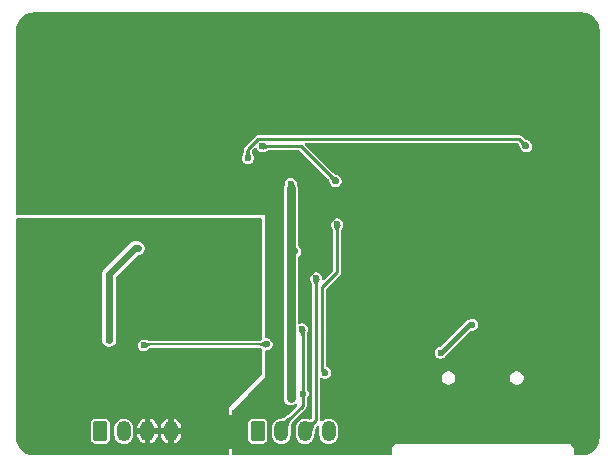
<source format=gbr>
%TF.GenerationSoftware,KiCad,Pcbnew,9.0.6*%
%TF.CreationDate,2025-11-20T15:59:52+01:00*%
%TF.ProjectId,N57__ldruckanzeige,4e35375f-d66c-4647-9275-636b616e7a65,rev?*%
%TF.SameCoordinates,Original*%
%TF.FileFunction,Copper,L2,Bot*%
%TF.FilePolarity,Positive*%
%FSLAX46Y46*%
G04 Gerber Fmt 4.6, Leading zero omitted, Abs format (unit mm)*
G04 Created by KiCad (PCBNEW 9.0.6) date 2025-11-20 15:59:52*
%MOMM*%
%LPD*%
G01*
G04 APERTURE LIST*
G04 Aperture macros list*
%AMRoundRect*
0 Rectangle with rounded corners*
0 $1 Rounding radius*
0 $2 $3 $4 $5 $6 $7 $8 $9 X,Y pos of 4 corners*
0 Add a 4 corners polygon primitive as box body*
4,1,4,$2,$3,$4,$5,$6,$7,$8,$9,$2,$3,0*
0 Add four circle primitives for the rounded corners*
1,1,$1+$1,$2,$3*
1,1,$1+$1,$4,$5*
1,1,$1+$1,$6,$7*
1,1,$1+$1,$8,$9*
0 Add four rect primitives between the rounded corners*
20,1,$1+$1,$2,$3,$4,$5,0*
20,1,$1+$1,$4,$5,$6,$7,0*
20,1,$1+$1,$6,$7,$8,$9,0*
20,1,$1+$1,$8,$9,$2,$3,0*%
G04 Aperture macros list end*
%TA.AperFunction,ComponentPad*%
%ADD10C,5.700000*%
%TD*%
%TA.AperFunction,ComponentPad*%
%ADD11RoundRect,0.250000X-0.350000X-0.625000X0.350000X-0.625000X0.350000X0.625000X-0.350000X0.625000X0*%
%TD*%
%TA.AperFunction,ComponentPad*%
%ADD12O,1.200000X1.750000*%
%TD*%
%TA.AperFunction,HeatsinkPad*%
%ADD13O,1.000000X2.100000*%
%TD*%
%TA.AperFunction,HeatsinkPad*%
%ADD14O,1.000000X1.800000*%
%TD*%
%TA.AperFunction,ViaPad*%
%ADD15C,0.600000*%
%TD*%
%TA.AperFunction,ViaPad*%
%ADD16C,0.800000*%
%TD*%
%TA.AperFunction,Conductor*%
%ADD17C,0.600000*%
%TD*%
%TA.AperFunction,Conductor*%
%ADD18C,0.800000*%
%TD*%
%TA.AperFunction,Conductor*%
%ADD19C,0.250000*%
%TD*%
%TA.AperFunction,Conductor*%
%ADD20C,0.400000*%
%TD*%
%TA.AperFunction,Conductor*%
%ADD21C,0.200000*%
%TD*%
G04 APERTURE END LIST*
D10*
%TO.P,H1,1,1*%
%TO.N,GND*%
X135580000Y-114300000D03*
%TD*%
D11*
%TO.P,J1,1,Pin_1*%
%TO.N,/UBAT*%
X139700000Y-124460000D03*
D12*
%TO.P,J1,2,Pin_2*%
X141700000Y-124460000D03*
%TO.P,J1,3,Pin_3*%
%TO.N,GND*%
X143700000Y-124460000D03*
%TO.P,J1,4,Pin_4*%
X145700000Y-124460000D03*
%TD*%
D13*
%TO.P,J3,S1,SHIELD*%
%TO.N,GND*%
X167765000Y-119450000D03*
D14*
X167765000Y-123630000D03*
D13*
X176405000Y-119450000D03*
D14*
X176405000Y-123630000D03*
%TD*%
D10*
%TO.P,H2,1,1*%
%TO.N,GND*%
X178980000Y-114300000D03*
%TD*%
D11*
%TO.P,J2,1,Pin_1*%
%TO.N,+3.3V*%
X153035000Y-124460000D03*
D12*
%TO.P,J2,2,Pin_2*%
%TO.N,PRES_SENSE*%
X155035000Y-124460000D03*
%TO.P,J2,3,Pin_3*%
%TO.N,TEMP_DQ*%
X157035000Y-124460000D03*
%TO.P,J2,4,Pin_4*%
%TO.N,unconnected-(J2-Pin_4-Pad4)*%
X159035000Y-124460000D03*
%TO.P,J2,5,Pin_5*%
%TO.N,GND*%
X161035000Y-124460000D03*
%TD*%
D15*
%TO.N,GND*%
X133350000Y-108712000D03*
X167005000Y-103505000D03*
X133350000Y-100711000D03*
D16*
X150749000Y-121285000D03*
D15*
X141478000Y-117094000D03*
D16*
X152654000Y-112014000D03*
D15*
X169545000Y-103505000D03*
X146304000Y-98044000D03*
X134874000Y-106934000D03*
X145415000Y-105410000D03*
X133350000Y-124206000D03*
D16*
X141605000Y-106934000D03*
D15*
X173355000Y-98044000D03*
X164465000Y-104775000D03*
X164465000Y-108585000D03*
X146685000Y-105410000D03*
X172085000Y-98044000D03*
D16*
X147828000Y-113030000D03*
D15*
X141224000Y-98044000D03*
D16*
X147066000Y-113538000D03*
D15*
X133350000Y-122936000D03*
X176530000Y-103505000D03*
X154432000Y-112014000D03*
X170815000Y-98044000D03*
X133350000Y-104648000D03*
X148844000Y-125603000D03*
X169545000Y-109855000D03*
X133350000Y-98044000D03*
D16*
X139065000Y-106934000D03*
D15*
X133350000Y-120396000D03*
X170815000Y-106045000D03*
X170815000Y-107315000D03*
X135890000Y-98044000D03*
X150749000Y-125603000D03*
X148590000Y-110236000D03*
X158115000Y-98044000D03*
X176530000Y-111252000D03*
D16*
X151765000Y-106934000D03*
D15*
X168275000Y-103505000D03*
X173355000Y-100965000D03*
D16*
X146685000Y-106934000D03*
X151130000Y-112014000D03*
D15*
X164465000Y-106045000D03*
X167005000Y-109855000D03*
X164465000Y-98044000D03*
X167005000Y-98044000D03*
X180280000Y-124300000D03*
X155448000Y-98044000D03*
D16*
X146304000Y-114046000D03*
D15*
X133350000Y-125603000D03*
X142494000Y-98044000D03*
X170815000Y-104775000D03*
X176530000Y-109982000D03*
X154813000Y-115062000D03*
X176530000Y-104902000D03*
X148971000Y-98044000D03*
X145034000Y-98044000D03*
D16*
X144145000Y-106934000D03*
X159221000Y-118618000D03*
X152654000Y-115824000D03*
X152654000Y-113284000D03*
D15*
X133350000Y-121666000D03*
X169545000Y-98044000D03*
D16*
X140208000Y-108585000D03*
D15*
X168275000Y-109855000D03*
X140970000Y-117602000D03*
X172466000Y-116459000D03*
X137160000Y-98044000D03*
X149860000Y-110236000D03*
X159385000Y-98044000D03*
X156718000Y-98044000D03*
X160655000Y-98044000D03*
X137414000Y-106934000D03*
D16*
X154051000Y-120904000D03*
D15*
X133350000Y-107442000D03*
X150749000Y-123444000D03*
X161925000Y-98044000D03*
X168275000Y-98044000D03*
D16*
X140208000Y-109855000D03*
D15*
X138430000Y-98044000D03*
X143764000Y-98044000D03*
X144145000Y-105410000D03*
X133350000Y-119126000D03*
X170815000Y-108585000D03*
D16*
X152019000Y-120142000D03*
D15*
X164280000Y-123500000D03*
D16*
X147828000Y-114046000D03*
D15*
X136144000Y-106934000D03*
X139827000Y-98044000D03*
X176530000Y-106172000D03*
X133350000Y-109982000D03*
X163195000Y-98044000D03*
X161925000Y-112395000D03*
X164465000Y-107315000D03*
X133350000Y-102108000D03*
X147574000Y-98044000D03*
D16*
X152654000Y-118237000D03*
D15*
X152908000Y-98044000D03*
X154178000Y-98044000D03*
X133350000Y-117856000D03*
X150368000Y-98044000D03*
X134620000Y-98044000D03*
D16*
X152654000Y-114554000D03*
D15*
X140462000Y-118110000D03*
X133350000Y-99441000D03*
X174625000Y-114935000D03*
X165735000Y-98044000D03*
X173482000Y-117094000D03*
X176022000Y-98044000D03*
X160655000Y-114935000D03*
D16*
X154813000Y-117602000D03*
X152781000Y-122047000D03*
D15*
X176530000Y-108712000D03*
X161925000Y-100965000D03*
X133350000Y-103378000D03*
X165735000Y-103505000D03*
X173355000Y-112395000D03*
X174625000Y-98044000D03*
X176530000Y-107442000D03*
X151638000Y-98044000D03*
D16*
X154305000Y-106934000D03*
D15*
X165735000Y-109855000D03*
D16*
X149225000Y-106934000D03*
X146304000Y-113030000D03*
D15*
%TO.N,/+5V_RAW*%
X140462000Y-116713000D03*
X142875000Y-108966000D03*
%TO.N,+3.3V*%
X156210000Y-109220000D03*
X155829000Y-105029000D03*
X155829000Y-103505000D03*
X155829000Y-104267000D03*
X155829000Y-121666000D03*
X155829000Y-120904000D03*
X155829000Y-120142000D03*
%TO.N,/ESP32/PRES_ADC*%
X159766000Y-106934000D03*
X158750000Y-119507000D03*
%TO.N,/ESP32/EN*%
X152205000Y-101328000D03*
X175768000Y-100330000D03*
%TO.N,VBUS*%
X171196000Y-115443000D03*
X168526849Y-117829853D03*
%TO.N,PRES_SENSE*%
X156790000Y-115824000D03*
X156845000Y-121285000D03*
%TO.N,TEMP_DQ*%
X157988000Y-111506000D03*
%TO.N,/PGOOD*%
X153797000Y-117094000D03*
X143384869Y-117194929D03*
%TO.N,/ESP32/pgm*%
X153416000Y-100330000D03*
X159639000Y-103280000D03*
%TD*%
D17*
%TO.N,/+5V_RAW*%
X142875000Y-108966000D02*
X142621000Y-108966000D01*
X142621000Y-108966000D02*
X140462000Y-111125000D01*
X140462000Y-111125000D02*
X140462000Y-116713000D01*
D18*
%TO.N,+3.3V*%
X155829000Y-109347000D02*
X155829000Y-120904000D01*
X155829000Y-120904000D02*
X155829000Y-121666000D01*
X155829000Y-103886000D02*
X155829000Y-109347000D01*
D19*
%TO.N,/ESP32/PRES_ADC*%
X159766000Y-110998000D02*
X159766000Y-106934000D01*
X158750000Y-119507000D02*
X158496000Y-119253000D01*
X158496000Y-119253000D02*
X158496000Y-112268000D01*
X158496000Y-112268000D02*
X159766000Y-110998000D01*
%TO.N,/ESP32/EN*%
X153089500Y-99704000D02*
X175142000Y-99704000D01*
X152205000Y-100588500D02*
X153089500Y-99704000D01*
X152205000Y-101328000D02*
X152205000Y-100588500D01*
X175142000Y-99704000D02*
X175768000Y-100330000D01*
D20*
%TO.N,VBUS*%
X170942000Y-115443000D02*
X168555147Y-117829853D01*
X168555147Y-117829853D02*
X168526849Y-117829853D01*
X171196000Y-115443000D02*
X170942000Y-115443000D01*
D19*
%TO.N,PRES_SENSE*%
X156845000Y-121285000D02*
X156845000Y-115879000D01*
X156845000Y-121285000D02*
X156845000Y-122301000D01*
X156845000Y-122301000D02*
X155035000Y-124111000D01*
X156845000Y-115879000D02*
X156790000Y-115824000D01*
%TO.N,TEMP_DQ*%
X157988000Y-123507000D02*
X157988000Y-111506000D01*
X157226000Y-124269000D02*
X157988000Y-123507000D01*
D21*
%TO.N,/PGOOD*%
X143485798Y-117094000D02*
X153797000Y-117094000D01*
X143384869Y-117194929D02*
X143485798Y-117094000D01*
D19*
%TO.N,/ESP32/pgm*%
X159639000Y-103280000D02*
X156689000Y-100330000D01*
X156689000Y-100330000D02*
X153416000Y-100330000D01*
%TD*%
%TA.AperFunction,Conductor*%
%TO.N,GND*%
G36*
X151257000Y-125984000D02*
G01*
X150368000Y-125984000D01*
X150368000Y-123063000D01*
X151257000Y-123063000D01*
X151257000Y-125984000D01*
G37*
%TD.AperFunction*%
%TD*%
%TA.AperFunction,Conductor*%
%TO.N,GND*%
G36*
X180484418Y-89000816D02*
G01*
X180684561Y-89015130D01*
X180702063Y-89017647D01*
X180893797Y-89059355D01*
X180910755Y-89064334D01*
X181094609Y-89132909D01*
X181110701Y-89140259D01*
X181282904Y-89234288D01*
X181297784Y-89243849D01*
X181454867Y-89361441D01*
X181468237Y-89373027D01*
X181606972Y-89511762D01*
X181618558Y-89525132D01*
X181736146Y-89682210D01*
X181745711Y-89697095D01*
X181839740Y-89869298D01*
X181847090Y-89885390D01*
X181915662Y-90069236D01*
X181920646Y-90086212D01*
X181962351Y-90277931D01*
X181964869Y-90295442D01*
X181979184Y-90495580D01*
X181979500Y-90504427D01*
X181979500Y-124995572D01*
X181979184Y-125004419D01*
X181964869Y-125204557D01*
X181962351Y-125222068D01*
X181920646Y-125413787D01*
X181915662Y-125430763D01*
X181847090Y-125614609D01*
X181839740Y-125630701D01*
X181745711Y-125802904D01*
X181736146Y-125817789D01*
X181618558Y-125974867D01*
X181606972Y-125988237D01*
X181468237Y-126126972D01*
X181454867Y-126138558D01*
X181297789Y-126256146D01*
X181282904Y-126265711D01*
X181110701Y-126359740D01*
X181094609Y-126367090D01*
X180910763Y-126435662D01*
X180893787Y-126440646D01*
X180702068Y-126482351D01*
X180684557Y-126484869D01*
X180503779Y-126497799D01*
X180484417Y-126499184D01*
X180475572Y-126499500D01*
X179904500Y-126499500D01*
X179837461Y-126479815D01*
X179791706Y-126427011D01*
X179780500Y-126375500D01*
X179780500Y-125934110D01*
X179780500Y-125934108D01*
X179746392Y-125806814D01*
X179680500Y-125692686D01*
X179587314Y-125599500D01*
X179530250Y-125566554D01*
X179473187Y-125533608D01*
X179409539Y-125516554D01*
X179345892Y-125499500D01*
X164945892Y-125499500D01*
X164814108Y-125499500D01*
X164686812Y-125533608D01*
X164572686Y-125599500D01*
X164572683Y-125599502D01*
X164479502Y-125692683D01*
X164479500Y-125692686D01*
X164413608Y-125806812D01*
X164379500Y-125934108D01*
X164379500Y-126375500D01*
X164359815Y-126442539D01*
X164307011Y-126488294D01*
X164255500Y-126499500D01*
X151000000Y-126499500D01*
X150932961Y-126479815D01*
X150887206Y-126427011D01*
X150876000Y-126375500D01*
X150876000Y-125984000D01*
X151257000Y-125984000D01*
X151257000Y-123780730D01*
X152234500Y-123780730D01*
X152234500Y-125139269D01*
X152237353Y-125169699D01*
X152237353Y-125169701D01*
X152282206Y-125297880D01*
X152282207Y-125297882D01*
X152362850Y-125407150D01*
X152472118Y-125487793D01*
X152505575Y-125499500D01*
X152600299Y-125532646D01*
X152630730Y-125535500D01*
X152630734Y-125535500D01*
X153439270Y-125535500D01*
X153469699Y-125532646D01*
X153469701Y-125532646D01*
X153533790Y-125510219D01*
X153597882Y-125487793D01*
X153707150Y-125407150D01*
X153787793Y-125297882D01*
X153820449Y-125204557D01*
X153832646Y-125169701D01*
X153832646Y-125169699D01*
X153835500Y-125139269D01*
X153835500Y-124106153D01*
X154234500Y-124106153D01*
X154234500Y-124813846D01*
X154265261Y-124968489D01*
X154265264Y-124968501D01*
X154325602Y-125114172D01*
X154325609Y-125114185D01*
X154413210Y-125245288D01*
X154413213Y-125245292D01*
X154524707Y-125356786D01*
X154524711Y-125356789D01*
X154655814Y-125444390D01*
X154655827Y-125444397D01*
X154801498Y-125504735D01*
X154801503Y-125504737D01*
X154941810Y-125532646D01*
X154956153Y-125535499D01*
X154956156Y-125535500D01*
X154956158Y-125535500D01*
X155113844Y-125535500D01*
X155113845Y-125535499D01*
X155268497Y-125504737D01*
X155414179Y-125444394D01*
X155545289Y-125356789D01*
X155656789Y-125245289D01*
X155744394Y-125114179D01*
X155804737Y-124968497D01*
X155835500Y-124813842D01*
X155835500Y-124600577D01*
X155835545Y-124599664D01*
X155835500Y-124599360D01*
X155835500Y-124106158D01*
X155835500Y-124106153D01*
X156234500Y-124106153D01*
X156234500Y-124813846D01*
X156265261Y-124968489D01*
X156265264Y-124968501D01*
X156325602Y-125114172D01*
X156325609Y-125114185D01*
X156413210Y-125245288D01*
X156413213Y-125245292D01*
X156524707Y-125356786D01*
X156524711Y-125356789D01*
X156655814Y-125444390D01*
X156655827Y-125444397D01*
X156801498Y-125504735D01*
X156801503Y-125504737D01*
X156941810Y-125532646D01*
X156956153Y-125535499D01*
X156956156Y-125535500D01*
X156956158Y-125535500D01*
X157113844Y-125535500D01*
X157113845Y-125535499D01*
X157268497Y-125504737D01*
X157414179Y-125444394D01*
X157545289Y-125356789D01*
X157656789Y-125245289D01*
X157744394Y-125114179D01*
X157804737Y-124968497D01*
X157835500Y-124813842D01*
X157835500Y-124733177D01*
X157835638Y-124727333D01*
X157836131Y-124716873D01*
X157840791Y-124695601D01*
X157843313Y-124564644D01*
X157843395Y-124562915D01*
X157843763Y-124561848D01*
X157845578Y-124544881D01*
X157878538Y-124376918D01*
X157883079Y-124360127D01*
X157957705Y-124145347D01*
X157963742Y-124130965D01*
X157999410Y-124059040D01*
X158046829Y-124007725D01*
X158114463Y-123990193D01*
X158180839Y-124012011D01*
X158224883Y-124066250D01*
X158234500Y-124114130D01*
X158234500Y-124813846D01*
X158265261Y-124968489D01*
X158265264Y-124968501D01*
X158325602Y-125114172D01*
X158325609Y-125114185D01*
X158413210Y-125245288D01*
X158413213Y-125245292D01*
X158524707Y-125356786D01*
X158524711Y-125356789D01*
X158655814Y-125444390D01*
X158655827Y-125444397D01*
X158801498Y-125504735D01*
X158801503Y-125504737D01*
X158941810Y-125532646D01*
X158956153Y-125535499D01*
X158956156Y-125535500D01*
X158956158Y-125535500D01*
X159113844Y-125535500D01*
X159113845Y-125535499D01*
X159268497Y-125504737D01*
X159414179Y-125444394D01*
X159545289Y-125356789D01*
X159656789Y-125245289D01*
X159744394Y-125114179D01*
X159804737Y-124968497D01*
X159835500Y-124813842D01*
X159835500Y-124106158D01*
X159835500Y-124106155D01*
X159835499Y-124106153D01*
X159830778Y-124082419D01*
X159804737Y-123951503D01*
X159758963Y-123840994D01*
X159744397Y-123805827D01*
X159744390Y-123805814D01*
X159656789Y-123674711D01*
X159656786Y-123674707D01*
X159545292Y-123563213D01*
X159545288Y-123563210D01*
X159414185Y-123475609D01*
X159414172Y-123475602D01*
X159268501Y-123415264D01*
X159268489Y-123415261D01*
X159113845Y-123384500D01*
X159113842Y-123384500D01*
X158956158Y-123384500D01*
X158956155Y-123384500D01*
X158801510Y-123415261D01*
X158801498Y-123415264D01*
X158655827Y-123475602D01*
X158655814Y-123475609D01*
X158524711Y-123563210D01*
X158520001Y-123567076D01*
X158519146Y-123566034D01*
X158505753Y-123573348D01*
X158489019Y-123587850D01*
X158475681Y-123589768D01*
X158463859Y-123596224D01*
X158441777Y-123594644D01*
X158419861Y-123597797D01*
X158407605Y-123592201D01*
X158394167Y-123591240D01*
X158376442Y-123577970D01*
X158356303Y-123568775D01*
X158349018Y-123557441D01*
X158338234Y-123549368D01*
X158330496Y-123528624D01*
X158318526Y-123509999D01*
X158315373Y-123488076D01*
X158313817Y-123483904D01*
X158313501Y-123475065D01*
X158313501Y-123467172D01*
X158313501Y-123464147D01*
X158313500Y-123464143D01*
X158313500Y-120047688D01*
X158333185Y-119980649D01*
X158385989Y-119934894D01*
X158455147Y-119924950D01*
X158499498Y-119940300D01*
X158529723Y-119957751D01*
X158556811Y-119973391D01*
X158556813Y-119973391D01*
X158556814Y-119973392D01*
X158684108Y-120007500D01*
X158684110Y-120007500D01*
X158815890Y-120007500D01*
X158815892Y-120007500D01*
X158943186Y-119973392D01*
X159057314Y-119907500D01*
X159091107Y-119873707D01*
X168615500Y-119873707D01*
X168615500Y-120026293D01*
X168654992Y-120173678D01*
X168654993Y-120173681D01*
X168731282Y-120305817D01*
X168731284Y-120305819D01*
X168731285Y-120305821D01*
X168839179Y-120413715D01*
X168839180Y-120413716D01*
X168839182Y-120413717D01*
X168971318Y-120490006D01*
X168971319Y-120490006D01*
X168971322Y-120490008D01*
X169118707Y-120529500D01*
X169118710Y-120529500D01*
X169271290Y-120529500D01*
X169271293Y-120529500D01*
X169418678Y-120490008D01*
X169550821Y-120413715D01*
X169658715Y-120305821D01*
X169735008Y-120173678D01*
X169774500Y-120026293D01*
X169774500Y-119873707D01*
X174395500Y-119873707D01*
X174395500Y-120026293D01*
X174434992Y-120173678D01*
X174434993Y-120173681D01*
X174511282Y-120305817D01*
X174511284Y-120305819D01*
X174511285Y-120305821D01*
X174619179Y-120413715D01*
X174619180Y-120413716D01*
X174619182Y-120413717D01*
X174751318Y-120490006D01*
X174751319Y-120490006D01*
X174751322Y-120490008D01*
X174898707Y-120529500D01*
X174898710Y-120529500D01*
X175051290Y-120529500D01*
X175051293Y-120529500D01*
X175198678Y-120490008D01*
X175330821Y-120413715D01*
X175438715Y-120305821D01*
X175515008Y-120173678D01*
X175554500Y-120026293D01*
X175554500Y-119873707D01*
X175515008Y-119726322D01*
X175499918Y-119700186D01*
X175438717Y-119594182D01*
X175438712Y-119594176D01*
X175330823Y-119486287D01*
X175330817Y-119486282D01*
X175198681Y-119409993D01*
X175198682Y-119409993D01*
X175186595Y-119406754D01*
X175051293Y-119370500D01*
X174898707Y-119370500D01*
X174763404Y-119406754D01*
X174751318Y-119409993D01*
X174619182Y-119486282D01*
X174619176Y-119486287D01*
X174511287Y-119594176D01*
X174511282Y-119594182D01*
X174434993Y-119726318D01*
X174434992Y-119726322D01*
X174395500Y-119873707D01*
X169774500Y-119873707D01*
X169735008Y-119726322D01*
X169719918Y-119700186D01*
X169658717Y-119594182D01*
X169658712Y-119594176D01*
X169550823Y-119486287D01*
X169550817Y-119486282D01*
X169418681Y-119409993D01*
X169418682Y-119409993D01*
X169406595Y-119406754D01*
X169271293Y-119370500D01*
X169118707Y-119370500D01*
X168983404Y-119406754D01*
X168971318Y-119409993D01*
X168839182Y-119486282D01*
X168839176Y-119486287D01*
X168731287Y-119594176D01*
X168731282Y-119594182D01*
X168654993Y-119726318D01*
X168654992Y-119726322D01*
X168615500Y-119873707D01*
X159091107Y-119873707D01*
X159150500Y-119814314D01*
X159216392Y-119700186D01*
X159250500Y-119572892D01*
X159250500Y-119441108D01*
X159216392Y-119313814D01*
X159150500Y-119199686D01*
X159057314Y-119106500D01*
X159015010Y-119082076D01*
X158996451Y-119067713D01*
X158950317Y-119044725D01*
X158943186Y-119040608D01*
X158943184Y-119040607D01*
X158943180Y-119040605D01*
X158940464Y-119039480D01*
X158932618Y-119035905D01*
X158903475Y-119021384D01*
X158893916Y-119017011D01*
X158841142Y-118971223D01*
X158821500Y-118904250D01*
X158821500Y-117763961D01*
X168026349Y-117763961D01*
X168026349Y-117895745D01*
X168036707Y-117934402D01*
X168060457Y-118023040D01*
X168093403Y-118080103D01*
X168126349Y-118137167D01*
X168219535Y-118230353D01*
X168333663Y-118296245D01*
X168460957Y-118330353D01*
X168460959Y-118330353D01*
X168592739Y-118330353D01*
X168592741Y-118330353D01*
X168720035Y-118296245D01*
X168834163Y-118230353D01*
X168927349Y-118137167D01*
X168993241Y-118023039D01*
X169008391Y-117966493D01*
X169040483Y-117910908D01*
X170983098Y-115968293D01*
X171044419Y-115934810D01*
X171102867Y-115936200D01*
X171130108Y-115943500D01*
X171130111Y-115943500D01*
X171261890Y-115943500D01*
X171261892Y-115943500D01*
X171389186Y-115909392D01*
X171503314Y-115843500D01*
X171596500Y-115750314D01*
X171662392Y-115636186D01*
X171696500Y-115508892D01*
X171696500Y-115377108D01*
X171662392Y-115249814D01*
X171596500Y-115135686D01*
X171503314Y-115042500D01*
X171446250Y-115009554D01*
X171389187Y-114976608D01*
X171325539Y-114959554D01*
X171261892Y-114942500D01*
X171130108Y-114942500D01*
X171002814Y-114976608D01*
X171002813Y-114976608D01*
X171002811Y-114976609D01*
X171002810Y-114976609D01*
X170902317Y-115034629D01*
X170872412Y-115047016D01*
X170787413Y-115069792D01*
X170787412Y-115069792D01*
X170696087Y-115122520D01*
X170696084Y-115122522D01*
X168523105Y-117295501D01*
X168467518Y-117327595D01*
X168460957Y-117329353D01*
X168333663Y-117363461D01*
X168333661Y-117363461D01*
X168333661Y-117363462D01*
X168219535Y-117429353D01*
X168219532Y-117429355D01*
X168126351Y-117522536D01*
X168126349Y-117522539D01*
X168060457Y-117636665D01*
X168056493Y-117651461D01*
X168026349Y-117763961D01*
X158821500Y-117763961D01*
X158821500Y-112454189D01*
X158841185Y-112387150D01*
X158857819Y-112366508D01*
X159438720Y-111785607D01*
X160026465Y-111197862D01*
X160069318Y-111123639D01*
X160091500Y-111040853D01*
X160091500Y-110955147D01*
X160091500Y-107564269D01*
X160092038Y-107552735D01*
X160092937Y-107543111D01*
X160096800Y-107527900D01*
X160099917Y-107468394D01*
X160100153Y-107465872D01*
X160100477Y-107465056D01*
X160101682Y-107454860D01*
X160104323Y-107440580D01*
X160111678Y-107415719D01*
X160134928Y-107359548D01*
X160141180Y-107346621D01*
X160146747Y-107336631D01*
X160147070Y-107336035D01*
X160148857Y-107332745D01*
X160149073Y-107332337D01*
X160150773Y-107329055D01*
X160199730Y-107232417D01*
X160207335Y-107215566D01*
X160208115Y-107213607D01*
X160214202Y-107196047D01*
X160253608Y-107063245D01*
X160256009Y-107054442D01*
X160256260Y-107053434D01*
X160256316Y-107051226D01*
X160260503Y-107022270D01*
X160266500Y-106999892D01*
X160266500Y-106868108D01*
X160232392Y-106740814D01*
X160166500Y-106626686D01*
X160073314Y-106533500D01*
X160016250Y-106500554D01*
X159959187Y-106467608D01*
X159895539Y-106450554D01*
X159831892Y-106433500D01*
X159700108Y-106433500D01*
X159572812Y-106467608D01*
X159458686Y-106533500D01*
X159458683Y-106533502D01*
X159365502Y-106626683D01*
X159365500Y-106626686D01*
X159299608Y-106740812D01*
X159265500Y-106868108D01*
X159265500Y-106999892D01*
X159273977Y-107031531D01*
X159277591Y-107051338D01*
X159278919Y-107064682D01*
X159278920Y-107064687D01*
X159278921Y-107064690D01*
X159322100Y-107206536D01*
X159328274Y-107223963D01*
X159329058Y-107225895D01*
X159332052Y-107232417D01*
X159336763Y-107242676D01*
X159379065Y-107324870D01*
X159381148Y-107329116D01*
X159416485Y-107404732D01*
X159425268Y-107430666D01*
X159428610Y-107445904D01*
X159431259Y-107464923D01*
X159435210Y-107529747D01*
X159435211Y-107529750D01*
X159436886Y-107536537D01*
X159440500Y-107566253D01*
X159440500Y-110811810D01*
X159420815Y-110878849D01*
X159404181Y-110899491D01*
X158700181Y-111603491D01*
X158638858Y-111636976D01*
X158569166Y-111631992D01*
X158513233Y-111590120D01*
X158488816Y-111524656D01*
X158488500Y-111515810D01*
X158488500Y-111440110D01*
X158488500Y-111440108D01*
X158454392Y-111312814D01*
X158388500Y-111198686D01*
X158295314Y-111105500D01*
X158192159Y-111045943D01*
X158181187Y-111039608D01*
X158117539Y-111022554D01*
X158053892Y-111005500D01*
X157922108Y-111005500D01*
X157794812Y-111039608D01*
X157680686Y-111105500D01*
X157680683Y-111105502D01*
X157587502Y-111198683D01*
X157587500Y-111198686D01*
X157521608Y-111312812D01*
X157487500Y-111440108D01*
X157487500Y-111571892D01*
X157495977Y-111603531D01*
X157499591Y-111623338D01*
X157500919Y-111636682D01*
X157500920Y-111636687D01*
X157500921Y-111636690D01*
X157544100Y-111778536D01*
X157550274Y-111795963D01*
X157551058Y-111797895D01*
X157554052Y-111804417D01*
X157558763Y-111814676D01*
X157601065Y-111896870D01*
X157603148Y-111901116D01*
X157638485Y-111976732D01*
X157647268Y-112002666D01*
X157650610Y-112017904D01*
X157653259Y-112036923D01*
X157657210Y-112101747D01*
X157657211Y-112101750D01*
X157658886Y-112108537D01*
X157662500Y-112138253D01*
X157662500Y-123313327D01*
X157656866Y-123332511D01*
X157656152Y-123352493D01*
X157647224Y-123365350D01*
X157642815Y-123380366D01*
X157627706Y-123393457D01*
X157616301Y-123409883D01*
X157592358Y-123424086D01*
X157590011Y-123426121D01*
X157585946Y-123427891D01*
X157550140Y-123442720D01*
X157531508Y-123448762D01*
X157481201Y-123460781D01*
X157467826Y-123463210D01*
X157436253Y-123467172D01*
X157373363Y-123458699D01*
X157334785Y-123442720D01*
X157268497Y-123415263D01*
X157268493Y-123415262D01*
X157268488Y-123415260D01*
X157113845Y-123384500D01*
X157113842Y-123384500D01*
X156956158Y-123384500D01*
X156956155Y-123384500D01*
X156801510Y-123415261D01*
X156801498Y-123415264D01*
X156655827Y-123475602D01*
X156655814Y-123475609D01*
X156524711Y-123563210D01*
X156524707Y-123563213D01*
X156413213Y-123674707D01*
X156413210Y-123674711D01*
X156325609Y-123805814D01*
X156325602Y-123805827D01*
X156265264Y-123951498D01*
X156265261Y-123951510D01*
X156234500Y-124106153D01*
X155835500Y-124106153D01*
X155835500Y-124100064D01*
X155835501Y-124100064D01*
X155836479Y-124096729D01*
X155836926Y-124083560D01*
X155836762Y-124082419D01*
X155836981Y-124081939D01*
X155837103Y-124078325D01*
X155848264Y-124012006D01*
X155852694Y-123994024D01*
X155853948Y-123990193D01*
X155917608Y-123795686D01*
X155923185Y-123781623D01*
X155958093Y-123707194D01*
X155963453Y-123697025D01*
X155999153Y-123636312D01*
X156009282Y-123621622D01*
X156080546Y-123532727D01*
X156080770Y-123532321D01*
X156081197Y-123531755D01*
X156083466Y-123528377D01*
X156083651Y-123528501D01*
X156101506Y-123504818D01*
X157034652Y-122571673D01*
X157034657Y-122571669D01*
X157044860Y-122561465D01*
X157044862Y-122561465D01*
X157105465Y-122500862D01*
X157148318Y-122426638D01*
X157170501Y-122343852D01*
X157170501Y-122258147D01*
X157170501Y-122250552D01*
X157170500Y-122250534D01*
X157170500Y-121718676D01*
X157190185Y-121651637D01*
X157206819Y-121630995D01*
X157245500Y-121592314D01*
X157311392Y-121478186D01*
X157345500Y-121350892D01*
X157345500Y-121219108D01*
X157311392Y-121091814D01*
X157245500Y-120977686D01*
X157206819Y-120939005D01*
X157173334Y-120877682D01*
X157170500Y-120851324D01*
X157170500Y-116452006D01*
X157170836Y-116442886D01*
X157171582Y-116432763D01*
X157175787Y-116415351D01*
X157179366Y-116327213D01*
X157179517Y-116325173D01*
X157179729Y-116324606D01*
X157180587Y-116315672D01*
X157187102Y-116272798D01*
X157191071Y-116255315D01*
X157194567Y-116243831D01*
X157217068Y-116169934D01*
X157217932Y-116167213D01*
X157247164Y-116078830D01*
X157249576Y-116071019D01*
X157249835Y-116070117D01*
X157251959Y-116062115D01*
X157255988Y-116045591D01*
X157280999Y-115943045D01*
X157281905Y-115939167D01*
X157282006Y-115938715D01*
X157282010Y-115938347D01*
X157282040Y-115936180D01*
X157286255Y-115905733D01*
X157290500Y-115889892D01*
X157290500Y-115758108D01*
X157256392Y-115630814D01*
X157190500Y-115516686D01*
X157097314Y-115423500D01*
X157040250Y-115390554D01*
X156983187Y-115357608D01*
X156919539Y-115340554D01*
X156855892Y-115323500D01*
X156724108Y-115323500D01*
X156596814Y-115357608D01*
X156596812Y-115357608D01*
X156588963Y-115359712D01*
X156588305Y-115357258D01*
X156531456Y-115363357D01*
X156468983Y-115332068D01*
X156433345Y-115271971D01*
X156429500Y-115241332D01*
X156429500Y-109742790D01*
X156449185Y-109675751D01*
X156491500Y-109635403D01*
X156517314Y-109620500D01*
X156610500Y-109527314D01*
X156676392Y-109413186D01*
X156710500Y-109285892D01*
X156710500Y-109154108D01*
X156676392Y-109026814D01*
X156610500Y-108912686D01*
X156517314Y-108819500D01*
X156517311Y-108819498D01*
X156517307Y-108819495D01*
X156491497Y-108804593D01*
X156443283Y-108754025D01*
X156429500Y-108697208D01*
X156429500Y-103806945D01*
X156429500Y-103806943D01*
X156388577Y-103654216D01*
X156349951Y-103587313D01*
X156346112Y-103580663D01*
X156329500Y-103518664D01*
X156329500Y-103439110D01*
X156329500Y-103439108D01*
X156295392Y-103311814D01*
X156229500Y-103197686D01*
X156136314Y-103104500D01*
X156067025Y-103064496D01*
X156022187Y-103038608D01*
X155958539Y-103021554D01*
X155894892Y-103004500D01*
X155763108Y-103004500D01*
X155635812Y-103038608D01*
X155521686Y-103104500D01*
X155521683Y-103104502D01*
X155428502Y-103197683D01*
X155428500Y-103197686D01*
X155362608Y-103311812D01*
X155328500Y-103439108D01*
X155328500Y-103518664D01*
X155311888Y-103580663D01*
X155269423Y-103654215D01*
X155269423Y-103654216D01*
X155228500Y-103806943D01*
X155228500Y-121745056D01*
X155269423Y-121897783D01*
X155269426Y-121897790D01*
X155348475Y-122034709D01*
X155348479Y-122034714D01*
X155348480Y-122034716D01*
X155460284Y-122146520D01*
X155460286Y-122146521D01*
X155460290Y-122146524D01*
X155479170Y-122157424D01*
X155597216Y-122225577D01*
X155749943Y-122266500D01*
X155749945Y-122266500D01*
X155908055Y-122266500D01*
X155908057Y-122266500D01*
X156060784Y-122225577D01*
X156189880Y-122151043D01*
X156257779Y-122134571D01*
X156323806Y-122157424D01*
X156366997Y-122212345D01*
X156373638Y-122281898D01*
X156341622Y-122344001D01*
X156339560Y-122346112D01*
X155638949Y-123046723D01*
X155629488Y-123055258D01*
X155620539Y-123062533D01*
X155610419Y-123068025D01*
X155460846Y-123192356D01*
X155460284Y-123192814D01*
X155460035Y-123192917D01*
X155450712Y-123199862D01*
X155357775Y-123261645D01*
X155349328Y-123266787D01*
X155244810Y-123324829D01*
X155234872Y-123329779D01*
X155154435Y-123365445D01*
X155141979Y-123370185D01*
X155131270Y-123373613D01*
X155115701Y-123378596D01*
X155077899Y-123384500D01*
X154956155Y-123384500D01*
X154801510Y-123415261D01*
X154801498Y-123415264D01*
X154655827Y-123475602D01*
X154655814Y-123475609D01*
X154524711Y-123563210D01*
X154524707Y-123563213D01*
X154413213Y-123674707D01*
X154413210Y-123674711D01*
X154325609Y-123805814D01*
X154325602Y-123805827D01*
X154265264Y-123951498D01*
X154265261Y-123951510D01*
X154234500Y-124106153D01*
X153835500Y-124106153D01*
X153835500Y-123780730D01*
X153832646Y-123750300D01*
X153832646Y-123750298D01*
X153787793Y-123622119D01*
X153787792Y-123622117D01*
X153707150Y-123512850D01*
X153597882Y-123432207D01*
X153597880Y-123432206D01*
X153469700Y-123387353D01*
X153439270Y-123384500D01*
X153439266Y-123384500D01*
X152630734Y-123384500D01*
X152630730Y-123384500D01*
X152600300Y-123387353D01*
X152600298Y-123387353D01*
X152472119Y-123432206D01*
X152472117Y-123432207D01*
X152362850Y-123512850D01*
X152282207Y-123622117D01*
X152282206Y-123622119D01*
X152237353Y-123750298D01*
X152237353Y-123750300D01*
X152234500Y-123780730D01*
X151257000Y-123780730D01*
X151257000Y-123063000D01*
X150876000Y-123063000D01*
X150876000Y-122733362D01*
X150895685Y-122666323D01*
X150912319Y-122645681D01*
X152207110Y-121350890D01*
X153670000Y-119888000D01*
X153670000Y-117718500D01*
X153689685Y-117651461D01*
X153742489Y-117605706D01*
X153794000Y-117594500D01*
X153862890Y-117594500D01*
X153862892Y-117594500D01*
X153990186Y-117560392D01*
X154104314Y-117494500D01*
X154197500Y-117401314D01*
X154263392Y-117287186D01*
X154297500Y-117159892D01*
X154297500Y-117028108D01*
X154263392Y-116900814D01*
X154197500Y-116786686D01*
X154104314Y-116693500D01*
X154035254Y-116653628D01*
X153990187Y-116627608D01*
X153901209Y-116603767D01*
X153862892Y-116593500D01*
X153794000Y-116593500D01*
X153726961Y-116573815D01*
X153681206Y-116521011D01*
X153670000Y-116469500D01*
X153670000Y-106172000D01*
X132704500Y-106172000D01*
X132637461Y-106152315D01*
X132591706Y-106099511D01*
X132580500Y-106048000D01*
X132580500Y-101262108D01*
X151704500Y-101262108D01*
X151704500Y-101267487D01*
X151704500Y-101393891D01*
X151738608Y-101521187D01*
X151771554Y-101578250D01*
X151804500Y-101635314D01*
X151897686Y-101728500D01*
X152011814Y-101794392D01*
X152139108Y-101828500D01*
X152139110Y-101828500D01*
X152270890Y-101828500D01*
X152270892Y-101828500D01*
X152398186Y-101794392D01*
X152512314Y-101728500D01*
X152605500Y-101635314D01*
X152671392Y-101521186D01*
X152705500Y-101393892D01*
X152705500Y-101262108D01*
X152697019Y-101230458D01*
X152693404Y-101210639D01*
X152692224Y-101198779D01*
X152692078Y-101197306D01*
X152648901Y-101055467D01*
X152642736Y-101038064D01*
X152641947Y-101036119D01*
X152634239Y-101019326D01*
X152591936Y-100937131D01*
X152589860Y-100932902D01*
X152588233Y-100929421D01*
X152554510Y-100857260D01*
X152545726Y-100831319D01*
X152545546Y-100830500D01*
X152542386Y-100816085D01*
X152539739Y-100797072D01*
X152539698Y-100796392D01*
X152538369Y-100774589D01*
X152553939Y-100706478D01*
X152574454Y-100679371D01*
X152755194Y-100498632D01*
X152816514Y-100465149D01*
X152886206Y-100470133D01*
X152942139Y-100512005D01*
X152950259Y-100524314D01*
X153015500Y-100637314D01*
X153108686Y-100730500D01*
X153222814Y-100796392D01*
X153350108Y-100830500D01*
X153350110Y-100830500D01*
X153481891Y-100830500D01*
X153481892Y-100830500D01*
X153513538Y-100822019D01*
X153533354Y-100818404D01*
X153546692Y-100817078D01*
X153688529Y-100773902D01*
X153705949Y-100767731D01*
X153707896Y-100766941D01*
X153724673Y-100759239D01*
X153806901Y-100716917D01*
X153811033Y-100714888D01*
X153886752Y-100679503D01*
X153912674Y-100670726D01*
X153927915Y-100667384D01*
X153946924Y-100664739D01*
X154011739Y-100660789D01*
X154011744Y-100660788D01*
X154011750Y-100660788D01*
X154011753Y-100660787D01*
X154011755Y-100660787D01*
X154018538Y-100659113D01*
X154048251Y-100655500D01*
X156502811Y-100655500D01*
X156569850Y-100675185D01*
X156590492Y-100691819D01*
X158963169Y-103064496D01*
X158970947Y-103073034D01*
X158977115Y-103080474D01*
X158985136Y-103093956D01*
X159024997Y-103138227D01*
X159026621Y-103140185D01*
X159026968Y-103140991D01*
X159033325Y-103149051D01*
X159041557Y-103161018D01*
X159053942Y-103183812D01*
X159077211Y-103239946D01*
X159081933Y-103253506D01*
X159085069Y-103264532D01*
X159086205Y-103268383D01*
X159086330Y-103268792D01*
X159087563Y-103272686D01*
X159121295Y-103375688D01*
X159121297Y-103375692D01*
X159121304Y-103375711D01*
X159127833Y-103392980D01*
X159128672Y-103394929D01*
X159136762Y-103411603D01*
X159136764Y-103411607D01*
X159202826Y-103533414D01*
X159207420Y-103541447D01*
X159207956Y-103542337D01*
X159207958Y-103542340D01*
X159209443Y-103543901D01*
X159226976Y-103567354D01*
X159238500Y-103587314D01*
X159331686Y-103680500D01*
X159445814Y-103746392D01*
X159573108Y-103780500D01*
X159573110Y-103780500D01*
X159704890Y-103780500D01*
X159704892Y-103780500D01*
X159832186Y-103746392D01*
X159946314Y-103680500D01*
X160039500Y-103587314D01*
X160105392Y-103473186D01*
X160139500Y-103345892D01*
X160139500Y-103214108D01*
X160105392Y-103086814D01*
X160039500Y-102972686D01*
X159946314Y-102879500D01*
X159917933Y-102863114D01*
X159901378Y-102851668D01*
X159891001Y-102843169D01*
X159806940Y-102798343D01*
X159760172Y-102773403D01*
X159743515Y-102765460D01*
X159743512Y-102765459D01*
X159743508Y-102765457D01*
X159743499Y-102765453D01*
X159741564Y-102764635D01*
X159741562Y-102764634D01*
X159741540Y-102764626D01*
X159724255Y-102758219D01*
X159724252Y-102758218D01*
X159636217Y-102730010D01*
X159631795Y-102728499D01*
X159582676Y-102710667D01*
X159553283Y-102699997D01*
X159528729Y-102687865D01*
X159515597Y-102679456D01*
X159500282Y-102667886D01*
X159491066Y-102659729D01*
X159451640Y-102624834D01*
X159445654Y-102621218D01*
X159422089Y-102602762D01*
X157060508Y-100241181D01*
X157027023Y-100179858D01*
X157032007Y-100110166D01*
X157073879Y-100054233D01*
X157139343Y-100029816D01*
X157148189Y-100029500D01*
X174955811Y-100029500D01*
X174985251Y-100038144D01*
X175015238Y-100044668D01*
X175020253Y-100048422D01*
X175022850Y-100049185D01*
X175043492Y-100065819D01*
X175092169Y-100114496D01*
X175111053Y-100138774D01*
X175114136Y-100143956D01*
X175114139Y-100143959D01*
X175152312Y-100186355D01*
X175162327Y-100199054D01*
X175170559Y-100211022D01*
X175182942Y-100233812D01*
X175206211Y-100289946D01*
X175210933Y-100303506D01*
X175214069Y-100314532D01*
X175215205Y-100318383D01*
X175215330Y-100318792D01*
X175216563Y-100322686D01*
X175250295Y-100425688D01*
X175250297Y-100425692D01*
X175250304Y-100425711D01*
X175256833Y-100442980D01*
X175257672Y-100444929D01*
X175265762Y-100461603D01*
X175265764Y-100461607D01*
X175265771Y-100461620D01*
X175265773Y-100461624D01*
X175293097Y-100512005D01*
X175331826Y-100583414D01*
X175336420Y-100591447D01*
X175336956Y-100592337D01*
X175336958Y-100592340D01*
X175338443Y-100593901D01*
X175355976Y-100617354D01*
X175367500Y-100637314D01*
X175460686Y-100730500D01*
X175574814Y-100796392D01*
X175702108Y-100830500D01*
X175702110Y-100830500D01*
X175833890Y-100830500D01*
X175833892Y-100830500D01*
X175961186Y-100796392D01*
X176075314Y-100730500D01*
X176168500Y-100637314D01*
X176234392Y-100523186D01*
X176268500Y-100395892D01*
X176268500Y-100264108D01*
X176234392Y-100136814D01*
X176168500Y-100022686D01*
X176075314Y-99929500D01*
X176046933Y-99913114D01*
X176030378Y-99901668D01*
X176020001Y-99893169D01*
X175935940Y-99848343D01*
X175889172Y-99823403D01*
X175872515Y-99815460D01*
X175872512Y-99815459D01*
X175872508Y-99815457D01*
X175872499Y-99815453D01*
X175870564Y-99814635D01*
X175870562Y-99814634D01*
X175870540Y-99814626D01*
X175853255Y-99808219D01*
X175853252Y-99808218D01*
X175765217Y-99780010D01*
X175760795Y-99778499D01*
X175711676Y-99760667D01*
X175682283Y-99749997D01*
X175657729Y-99737865D01*
X175644597Y-99729456D01*
X175629282Y-99717886D01*
X175617608Y-99707554D01*
X175580640Y-99674834D01*
X175580637Y-99674832D01*
X175580635Y-99674830D01*
X175574656Y-99671219D01*
X175551087Y-99652760D01*
X175341864Y-99443537D01*
X175341862Y-99443535D01*
X175304750Y-99422108D01*
X175267640Y-99400682D01*
X175226246Y-99389591D01*
X175184853Y-99378500D01*
X153132353Y-99378500D01*
X153046647Y-99378500D01*
X152963859Y-99400682D01*
X152889638Y-99443535D01*
X152889635Y-99443537D01*
X151944537Y-100388635D01*
X151944535Y-100388638D01*
X151901680Y-100462863D01*
X151887005Y-100517634D01*
X151887004Y-100517639D01*
X151883449Y-100530910D01*
X151879500Y-100545647D01*
X151879500Y-100700267D01*
X151879395Y-100702823D01*
X151878553Y-100705308D01*
X151875686Y-100728248D01*
X151874202Y-100734091D01*
X151874201Y-100734098D01*
X151871215Y-100791073D01*
X151869317Y-100807135D01*
X151866676Y-100821414D01*
X151859317Y-100846286D01*
X151836074Y-100902439D01*
X151829832Y-100915351D01*
X151824222Y-100925423D01*
X151822251Y-100929044D01*
X151822051Y-100929421D01*
X151820223Y-100932945D01*
X151771279Y-101029558D01*
X151771263Y-101029592D01*
X151763683Y-101046381D01*
X151763674Y-101046402D01*
X151762917Y-101048303D01*
X151762895Y-101048363D01*
X151756816Y-101065892D01*
X151756792Y-101065967D01*
X151717387Y-101198766D01*
X151714977Y-101207606D01*
X151714726Y-101208618D01*
X151714670Y-101210824D01*
X151712369Y-101226735D01*
X151711801Y-101234376D01*
X151711200Y-101237098D01*
X151704500Y-101262108D01*
X132580500Y-101262108D01*
X132580500Y-90504427D01*
X132580816Y-90495581D01*
X132595130Y-90295443D01*
X132595131Y-90295434D01*
X132597646Y-90277938D01*
X132639356Y-90086199D01*
X132644333Y-90069248D01*
X132712911Y-89885385D01*
X132720259Y-89869298D01*
X132782815Y-89754734D01*
X132814291Y-89697089D01*
X132823845Y-89682221D01*
X132941448Y-89525123D01*
X132953020Y-89511769D01*
X133091769Y-89373020D01*
X133105123Y-89361448D01*
X133262221Y-89243845D01*
X133277089Y-89234291D01*
X133449298Y-89140258D01*
X133465385Y-89132911D01*
X133649248Y-89064333D01*
X133666199Y-89059356D01*
X133857938Y-89017646D01*
X133875436Y-89015130D01*
X134075582Y-89000816D01*
X134084428Y-89000500D01*
X134145892Y-89000500D01*
X180414108Y-89000500D01*
X180475572Y-89000500D01*
X180484418Y-89000816D01*
G37*
%TD.AperFunction*%
%TD*%
%TA.AperFunction,Conductor*%
%TO.N,GND*%
G36*
X153359039Y-106445685D02*
G01*
X153404794Y-106498489D01*
X153416000Y-106550000D01*
X153416000Y-116641655D01*
X153396315Y-116708694D01*
X153358577Y-116746265D01*
X153350537Y-116751383D01*
X153344695Y-116755101D01*
X153331329Y-116762492D01*
X153319230Y-116768240D01*
X153296901Y-116776330D01*
X153281260Y-116780352D01*
X153259215Y-116783943D01*
X153253029Y-116784385D01*
X153198982Y-116788246D01*
X153193488Y-116789649D01*
X153162826Y-116793500D01*
X143994516Y-116793500D01*
X143986265Y-116793225D01*
X143975956Y-116792537D01*
X143957769Y-116788225D01*
X143854985Y-116784470D01*
X143853118Y-116784346D01*
X143852599Y-116784155D01*
X143843644Y-116783348D01*
X143788404Y-116775370D01*
X143774500Y-116772541D01*
X143696954Y-116752084D01*
X143694340Y-116751413D01*
X143694269Y-116751395D01*
X143694221Y-116751383D01*
X143504930Y-116704240D01*
X143504479Y-116704133D01*
X143500547Y-116703198D01*
X143500051Y-116703086D01*
X143500046Y-116703086D01*
X143497497Y-116703048D01*
X143467213Y-116698837D01*
X143450761Y-116694429D01*
X143318977Y-116694429D01*
X143191681Y-116728537D01*
X143077555Y-116794429D01*
X143077552Y-116794431D01*
X142984371Y-116887612D01*
X142984369Y-116887615D01*
X142918477Y-117001741D01*
X142897048Y-117081717D01*
X142884369Y-117129037D01*
X142884369Y-117260821D01*
X142898484Y-117313499D01*
X142918477Y-117388116D01*
X142944396Y-117433008D01*
X142984369Y-117502243D01*
X143077555Y-117595429D01*
X143176390Y-117652492D01*
X143191679Y-117661319D01*
X143191683Y-117661321D01*
X143318977Y-117695429D01*
X143318979Y-117695429D01*
X143450759Y-117695429D01*
X143450761Y-117695429D01*
X143578055Y-117661321D01*
X143692183Y-117595429D01*
X143692273Y-117595338D01*
X143696772Y-117591060D01*
X143698733Y-117589286D01*
X143793801Y-117510536D01*
X143803457Y-117502013D01*
X143804524Y-117501010D01*
X143813608Y-117491920D01*
X143851018Y-117452064D01*
X143863102Y-117439527D01*
X143923802Y-117404926D01*
X143941466Y-117402069D01*
X143968940Y-117399645D01*
X143972291Y-117398745D01*
X144004458Y-117394500D01*
X153165938Y-117394500D01*
X153178321Y-117395120D01*
X153187767Y-117396068D01*
X153202196Y-117399796D01*
X153254252Y-117402741D01*
X153256923Y-117403009D01*
X153257848Y-117403384D01*
X153268570Y-117404740D01*
X153274850Y-117405981D01*
X153301578Y-117414503D01*
X153342794Y-117433009D01*
X153395887Y-117478426D01*
X153415997Y-117545339D01*
X153416000Y-117546128D01*
X153416000Y-119582638D01*
X153396315Y-119649677D01*
X153379681Y-119670319D01*
X150622000Y-122427999D01*
X150622000Y-122428000D01*
X150622000Y-123063000D01*
X150368000Y-123063000D01*
X150368000Y-125984000D01*
X150622000Y-125984000D01*
X150622000Y-126375500D01*
X150602315Y-126442539D01*
X150549511Y-126488294D01*
X150498000Y-126499500D01*
X134084428Y-126499500D01*
X134075582Y-126499184D01*
X134053622Y-126497613D01*
X133875442Y-126484869D01*
X133857931Y-126482351D01*
X133666212Y-126440646D01*
X133649236Y-126435662D01*
X133465390Y-126367090D01*
X133449298Y-126359740D01*
X133277095Y-126265711D01*
X133262210Y-126256146D01*
X133105132Y-126138558D01*
X133091762Y-126126972D01*
X132953027Y-125988237D01*
X132941441Y-125974867D01*
X132823849Y-125817784D01*
X132814288Y-125802904D01*
X132720259Y-125630701D01*
X132712909Y-125614609D01*
X132644334Y-125430755D01*
X132639355Y-125413797D01*
X132597647Y-125222063D01*
X132595130Y-125204556D01*
X132590460Y-125139266D01*
X132580816Y-125004418D01*
X132580500Y-124995572D01*
X132580500Y-123780730D01*
X138899500Y-123780730D01*
X138899500Y-125139269D01*
X138902353Y-125169699D01*
X138902353Y-125169701D01*
X138947206Y-125297880D01*
X138947207Y-125297882D01*
X139027850Y-125407150D01*
X139137118Y-125487793D01*
X139179845Y-125502744D01*
X139265299Y-125532646D01*
X139295730Y-125535500D01*
X139295734Y-125535500D01*
X140104270Y-125535500D01*
X140134699Y-125532646D01*
X140134701Y-125532646D01*
X140198790Y-125510219D01*
X140262882Y-125487793D01*
X140372150Y-125407150D01*
X140452793Y-125297882D01*
X140485449Y-125204556D01*
X140497646Y-125169701D01*
X140497646Y-125169699D01*
X140500500Y-125139269D01*
X140500500Y-124106153D01*
X140899500Y-124106153D01*
X140899500Y-124813846D01*
X140930261Y-124968489D01*
X140930264Y-124968501D01*
X140990602Y-125114172D01*
X140990609Y-125114185D01*
X141078210Y-125245288D01*
X141078213Y-125245292D01*
X141189707Y-125356786D01*
X141189711Y-125356789D01*
X141320814Y-125444390D01*
X141320827Y-125444397D01*
X141425596Y-125487793D01*
X141466503Y-125504737D01*
X141606810Y-125532646D01*
X141621153Y-125535499D01*
X141621156Y-125535500D01*
X141621158Y-125535500D01*
X141778844Y-125535500D01*
X141778845Y-125535499D01*
X141933497Y-125504737D01*
X142079179Y-125444394D01*
X142210289Y-125356789D01*
X142321789Y-125245289D01*
X142409394Y-125114179D01*
X142469737Y-124968497D01*
X142500500Y-124813842D01*
X142500500Y-124106158D01*
X142499529Y-124101277D01*
X142850000Y-124101277D01*
X142850000Y-124210000D01*
X143419670Y-124210000D01*
X143399925Y-124229745D01*
X143350556Y-124315255D01*
X143325000Y-124410630D01*
X143325000Y-124509370D01*
X143350556Y-124604745D01*
X143399925Y-124690255D01*
X143419670Y-124710000D01*
X142850000Y-124710000D01*
X142850000Y-124818722D01*
X142882663Y-124982928D01*
X142882665Y-124982936D01*
X142946740Y-125137627D01*
X142946740Y-125137628D01*
X143039758Y-125276839D01*
X143039764Y-125276847D01*
X143158152Y-125395235D01*
X143158160Y-125395241D01*
X143297372Y-125488259D01*
X143449999Y-125551479D01*
X143450000Y-125551479D01*
X143450000Y-124740330D01*
X143469745Y-124760075D01*
X143555255Y-124809444D01*
X143650630Y-124835000D01*
X143749370Y-124835000D01*
X143844745Y-124809444D01*
X143930255Y-124760075D01*
X143950000Y-124740330D01*
X143950000Y-125551479D01*
X144102627Y-125488259D01*
X144102628Y-125488259D01*
X144241839Y-125395241D01*
X144241847Y-125395235D01*
X144360235Y-125276847D01*
X144360241Y-125276839D01*
X144453259Y-125137628D01*
X144453259Y-125137627D01*
X144517334Y-124982936D01*
X144517336Y-124982928D01*
X144549999Y-124818722D01*
X144550000Y-124818720D01*
X144550000Y-124710000D01*
X143980330Y-124710000D01*
X144000075Y-124690255D01*
X144049444Y-124604745D01*
X144075000Y-124509370D01*
X144075000Y-124410630D01*
X144049444Y-124315255D01*
X144000075Y-124229745D01*
X143980330Y-124210000D01*
X144550000Y-124210000D01*
X144550000Y-124101279D01*
X144549999Y-124101277D01*
X144850000Y-124101277D01*
X144850000Y-124210000D01*
X145419670Y-124210000D01*
X145399925Y-124229745D01*
X145350556Y-124315255D01*
X145325000Y-124410630D01*
X145325000Y-124509370D01*
X145350556Y-124604745D01*
X145399925Y-124690255D01*
X145419670Y-124710000D01*
X144850000Y-124710000D01*
X144850000Y-124818722D01*
X144882663Y-124982928D01*
X144882665Y-124982936D01*
X144946740Y-125137627D01*
X144946740Y-125137628D01*
X145039758Y-125276839D01*
X145039764Y-125276847D01*
X145158152Y-125395235D01*
X145158160Y-125395241D01*
X145297372Y-125488259D01*
X145449999Y-125551479D01*
X145450000Y-125551479D01*
X145450000Y-124740330D01*
X145469745Y-124760075D01*
X145555255Y-124809444D01*
X145650630Y-124835000D01*
X145749370Y-124835000D01*
X145844745Y-124809444D01*
X145930255Y-124760075D01*
X145950000Y-124740330D01*
X145950000Y-125551479D01*
X146102627Y-125488259D01*
X146102628Y-125488259D01*
X146241839Y-125395241D01*
X146241847Y-125395235D01*
X146360235Y-125276847D01*
X146360241Y-125276839D01*
X146453259Y-125137628D01*
X146453259Y-125137627D01*
X146517334Y-124982936D01*
X146517336Y-124982928D01*
X146549999Y-124818722D01*
X146550000Y-124818720D01*
X146550000Y-124710000D01*
X145980330Y-124710000D01*
X146000075Y-124690255D01*
X146049444Y-124604745D01*
X146075000Y-124509370D01*
X146075000Y-124410630D01*
X146049444Y-124315255D01*
X146000075Y-124229745D01*
X145980330Y-124210000D01*
X146550000Y-124210000D01*
X146550000Y-124101279D01*
X146549999Y-124101277D01*
X146517336Y-123937071D01*
X146517334Y-123937063D01*
X146453259Y-123782372D01*
X146453259Y-123782371D01*
X146360241Y-123643160D01*
X146360235Y-123643152D01*
X146241844Y-123524761D01*
X146102632Y-123431743D01*
X146102622Y-123431738D01*
X145950000Y-123368519D01*
X145950000Y-124179670D01*
X145930255Y-124159925D01*
X145844745Y-124110556D01*
X145749370Y-124085000D01*
X145650630Y-124085000D01*
X145555255Y-124110556D01*
X145469745Y-124159925D01*
X145450000Y-124179670D01*
X145450000Y-123368519D01*
X145297377Y-123431738D01*
X145297367Y-123431743D01*
X145158155Y-123524761D01*
X145039764Y-123643152D01*
X145039758Y-123643160D01*
X144946740Y-123782371D01*
X144946740Y-123782372D01*
X144882665Y-123937063D01*
X144882663Y-123937071D01*
X144850000Y-124101277D01*
X144549999Y-124101277D01*
X144517336Y-123937071D01*
X144517334Y-123937063D01*
X144453259Y-123782372D01*
X144453259Y-123782371D01*
X144360241Y-123643160D01*
X144360235Y-123643152D01*
X144241844Y-123524761D01*
X144102632Y-123431743D01*
X144102622Y-123431738D01*
X143950000Y-123368519D01*
X143950000Y-124179670D01*
X143930255Y-124159925D01*
X143844745Y-124110556D01*
X143749370Y-124085000D01*
X143650630Y-124085000D01*
X143555255Y-124110556D01*
X143469745Y-124159925D01*
X143450000Y-124179670D01*
X143450000Y-123368519D01*
X143297377Y-123431738D01*
X143297367Y-123431743D01*
X143158155Y-123524761D01*
X143039764Y-123643152D01*
X143039758Y-123643160D01*
X142946740Y-123782371D01*
X142946740Y-123782372D01*
X142882665Y-123937063D01*
X142882663Y-123937071D01*
X142850000Y-124101277D01*
X142499529Y-124101277D01*
X142469737Y-123951503D01*
X142463756Y-123937063D01*
X142409397Y-123805827D01*
X142409390Y-123805814D01*
X142321789Y-123674711D01*
X142321786Y-123674707D01*
X142210292Y-123563213D01*
X142210288Y-123563210D01*
X142079185Y-123475609D01*
X142079172Y-123475602D01*
X141933501Y-123415264D01*
X141933489Y-123415261D01*
X141778845Y-123384500D01*
X141778842Y-123384500D01*
X141621158Y-123384500D01*
X141621155Y-123384500D01*
X141466510Y-123415261D01*
X141466498Y-123415264D01*
X141320827Y-123475602D01*
X141320814Y-123475609D01*
X141189711Y-123563210D01*
X141189707Y-123563213D01*
X141078213Y-123674707D01*
X141078210Y-123674711D01*
X140990609Y-123805814D01*
X140990602Y-123805827D01*
X140930264Y-123951498D01*
X140930261Y-123951510D01*
X140899500Y-124106153D01*
X140500500Y-124106153D01*
X140500500Y-123780730D01*
X140497646Y-123750300D01*
X140497646Y-123750298D01*
X140452793Y-123622119D01*
X140452792Y-123622117D01*
X140409319Y-123563213D01*
X140372150Y-123512850D01*
X140262882Y-123432207D01*
X140262880Y-123432206D01*
X140134700Y-123387353D01*
X140104270Y-123384500D01*
X140104266Y-123384500D01*
X139295734Y-123384500D01*
X139295730Y-123384500D01*
X139265300Y-123387353D01*
X139265298Y-123387353D01*
X139137119Y-123432206D01*
X139137117Y-123432207D01*
X139027850Y-123512850D01*
X138947207Y-123622117D01*
X138947206Y-123622119D01*
X138902353Y-123750298D01*
X138902353Y-123750300D01*
X138899500Y-123780730D01*
X132580500Y-123780730D01*
X132580500Y-111045943D01*
X139861499Y-111045943D01*
X139861499Y-111204057D01*
X139861500Y-111204060D01*
X139861500Y-116792057D01*
X139890642Y-116900814D01*
X139902423Y-116944783D01*
X139902426Y-116944790D01*
X139981475Y-117081709D01*
X139981479Y-117081714D01*
X139981480Y-117081716D01*
X140093284Y-117193520D01*
X140093286Y-117193521D01*
X140093290Y-117193524D01*
X140209852Y-117260820D01*
X140230216Y-117272577D01*
X140382943Y-117313500D01*
X140382945Y-117313500D01*
X140541055Y-117313500D01*
X140541057Y-117313500D01*
X140693784Y-117272577D01*
X140830716Y-117193520D01*
X140942520Y-117081716D01*
X141021577Y-116944784D01*
X141062500Y-116792057D01*
X141062500Y-111425097D01*
X141082185Y-111358058D01*
X141098819Y-111337416D01*
X142833416Y-109602819D01*
X142894739Y-109569334D01*
X142921097Y-109566500D01*
X142954055Y-109566500D01*
X142954057Y-109566500D01*
X143106784Y-109525577D01*
X143243716Y-109446520D01*
X143355520Y-109334716D01*
X143434577Y-109197784D01*
X143475500Y-109045057D01*
X143475500Y-108886943D01*
X143434577Y-108734216D01*
X143434573Y-108734209D01*
X143355524Y-108597290D01*
X143355518Y-108597282D01*
X143243717Y-108485481D01*
X143243709Y-108485475D01*
X143106790Y-108406426D01*
X143106786Y-108406424D01*
X143106784Y-108406423D01*
X142954057Y-108365500D01*
X142700057Y-108365500D01*
X142541943Y-108365500D01*
X142389215Y-108406423D01*
X142389214Y-108406423D01*
X142389212Y-108406424D01*
X142389209Y-108406425D01*
X142339096Y-108435359D01*
X142339095Y-108435360D01*
X142295689Y-108460420D01*
X142252285Y-108485479D01*
X142252282Y-108485481D01*
X139981481Y-110756282D01*
X139981479Y-110756285D01*
X139931361Y-110843094D01*
X139931359Y-110843096D01*
X139902425Y-110893209D01*
X139902424Y-110893210D01*
X139902423Y-110893215D01*
X139861499Y-111045943D01*
X132580500Y-111045943D01*
X132580500Y-106550000D01*
X132600185Y-106482961D01*
X132652989Y-106437206D01*
X132704500Y-106426000D01*
X153292000Y-106426000D01*
X153359039Y-106445685D01*
G37*
%TD.AperFunction*%
%TD*%
%TA.AperFunction,Conductor*%
%TO.N,/ESP32/PRES_ADC*%
G36*
X160047612Y-106989973D02*
G01*
X160047701Y-106989991D01*
X160055130Y-106994991D01*
X160056849Y-107003779D01*
X160056598Y-107004787D01*
X160017192Y-107137589D01*
X160016412Y-107139548D01*
X159967455Y-107236186D01*
X159967239Y-107236594D01*
X159952358Y-107263302D01*
X159908552Y-107369139D01*
X159895693Y-107438666D01*
X159891581Y-107517148D01*
X159887726Y-107525231D01*
X159879897Y-107528236D01*
X159652008Y-107528236D01*
X159643735Y-107524809D01*
X159640330Y-107517248D01*
X159634822Y-107426880D01*
X159634822Y-107426878D01*
X159618163Y-107350906D01*
X159618162Y-107350905D01*
X159618162Y-107350902D01*
X159564658Y-107236411D01*
X159519477Y-107148624D01*
X159518693Y-107146692D01*
X159475514Y-107004846D01*
X159476383Y-106995936D01*
X159483300Y-106990248D01*
X159484382Y-106989974D01*
X159763682Y-106933469D01*
X159768318Y-106933469D01*
X160047612Y-106989973D01*
G37*
%TD.AperFunction*%
%TD*%
%TA.AperFunction,Conductor*%
%TO.N,/ESP32/PRES_ADC*%
G36*
X158619089Y-119021402D02*
G01*
X158622404Y-119028062D01*
X158631465Y-119093168D01*
X158631465Y-119093169D01*
X158631466Y-119093171D01*
X158660837Y-119139631D01*
X158706074Y-119168000D01*
X158720634Y-119173247D01*
X158764117Y-119188918D01*
X158764138Y-119188925D01*
X158810401Y-119204720D01*
X158811818Y-119205312D01*
X158904801Y-119251644D01*
X158910678Y-119258401D01*
X158910055Y-119267334D01*
X158909323Y-119268598D01*
X158752704Y-119503935D01*
X158745268Y-119508924D01*
X158745209Y-119508936D01*
X158466901Y-119563349D01*
X158458124Y-119561573D01*
X158453247Y-119554461D01*
X158442893Y-119508936D01*
X158412529Y-119375428D01*
X158390375Y-119280259D01*
X158390180Y-119279198D01*
X158375986Y-119173840D01*
X158375888Y-119172649D01*
X158375741Y-119167999D01*
X158371381Y-119030043D01*
X158374545Y-119021667D01*
X158382705Y-119017981D01*
X158383075Y-119017975D01*
X158610816Y-119017975D01*
X158619089Y-119021402D01*
G37*
%TD.AperFunction*%
%TD*%
%TA.AperFunction,Conductor*%
%TO.N,/ESP32/EN*%
G36*
X152327265Y-100737191D02*
G01*
X152330670Y-100744752D01*
X152336176Y-100835109D01*
X152336178Y-100835118D01*
X152352836Y-100911095D01*
X152406349Y-101025602D01*
X152451519Y-101113367D01*
X152452308Y-101115312D01*
X152479693Y-101205273D01*
X152495485Y-101257151D01*
X152494616Y-101266063D01*
X152487699Y-101271751D01*
X152486612Y-101272026D01*
X152207320Y-101328530D01*
X152202680Y-101328530D01*
X151923298Y-101272008D01*
X151915869Y-101267008D01*
X151914150Y-101258220D01*
X151914395Y-101257235D01*
X151953809Y-101124401D01*
X151954584Y-101122456D01*
X152003567Y-101025765D01*
X152003739Y-101025441D01*
X152018642Y-100998695D01*
X152062448Y-100892859D01*
X152075306Y-100823337D01*
X152079419Y-100744852D01*
X152083274Y-100736769D01*
X152091103Y-100733764D01*
X152318992Y-100733764D01*
X152327265Y-100737191D01*
G37*
%TD.AperFunction*%
%TD*%
%TA.AperFunction,Conductor*%
%TO.N,/ESP32/EN*%
G36*
X175444441Y-99828717D02*
G01*
X175512238Y-99888723D01*
X175555908Y-99916687D01*
X175577744Y-99930670D01*
X175696535Y-99973794D01*
X175790547Y-100003917D01*
X175792482Y-100004735D01*
X175923306Y-100074498D01*
X175928994Y-100081415D01*
X175928125Y-100090327D01*
X175927550Y-100091290D01*
X175770015Y-100328734D01*
X175766734Y-100332015D01*
X175529215Y-100489600D01*
X175520427Y-100491319D01*
X175512998Y-100486319D01*
X175512462Y-100485429D01*
X175507481Y-100476245D01*
X175446416Y-100363652D01*
X175445589Y-100361731D01*
X175411857Y-100258729D01*
X175411732Y-100258320D01*
X175403374Y-100228931D01*
X175403372Y-100228923D01*
X175359510Y-100123109D01*
X175319442Y-100064858D01*
X175286154Y-100027888D01*
X175266853Y-100006451D01*
X175263864Y-99998009D01*
X175267274Y-99990350D01*
X175428418Y-99829206D01*
X175436690Y-99825780D01*
X175444441Y-99828717D01*
G37*
%TD.AperFunction*%
%TD*%
%TA.AperFunction,Conductor*%
%TO.N,PRES_SENSE*%
G36*
X156794789Y-115823969D02*
G01*
X157072304Y-115880113D01*
X157079733Y-115885113D01*
X157081452Y-115893901D01*
X157081351Y-115894353D01*
X157052316Y-116013402D01*
X157052057Y-116014304D01*
X157021614Y-116106355D01*
X156987523Y-116218311D01*
X156974693Y-116302744D01*
X156974690Y-116302771D01*
X156970456Y-116407011D01*
X156966697Y-116415138D01*
X156958766Y-116418236D01*
X156731096Y-116418236D01*
X156722823Y-116414809D01*
X156719412Y-116407156D01*
X156719404Y-116407011D01*
X156714026Y-116305662D01*
X156714025Y-116305657D01*
X156714025Y-116305655D01*
X156695289Y-116226658D01*
X156695286Y-116226650D01*
X156662567Y-116162625D01*
X156662561Y-116162615D01*
X156614637Y-116094963D01*
X156614637Y-116094964D01*
X156614633Y-116094958D01*
X156547509Y-116000456D01*
X156545513Y-115991729D01*
X156550274Y-115984144D01*
X156550464Y-115984012D01*
X156785943Y-115825726D01*
X156794720Y-115823956D01*
X156794789Y-115823969D01*
G37*
%TD.AperFunction*%
%TD*%
%TA.AperFunction,Conductor*%
%TO.N,PRES_SENSE*%
G36*
X155757532Y-123226781D02*
G01*
X155919351Y-123388600D01*
X155922778Y-123396873D01*
X155920207Y-123404191D01*
X155834069Y-123511642D01*
X155834062Y-123511653D01*
X155778544Y-123606069D01*
X155728570Y-123712617D01*
X155649714Y-123953551D01*
X155649713Y-123953556D01*
X155607708Y-124203158D01*
X155607707Y-124203169D01*
X155603924Y-124438593D01*
X155632266Y-124629796D01*
X155630089Y-124638483D01*
X155622408Y-124643086D01*
X155617205Y-124642680D01*
X155041241Y-124462876D01*
X155034365Y-124457140D01*
X155033169Y-124453519D01*
X154902829Y-123619644D01*
X154904937Y-123610942D01*
X154912582Y-123606278D01*
X154916182Y-123606277D01*
X154953667Y-123612108D01*
X155030691Y-123610244D01*
X155112617Y-123595355D01*
X155221529Y-123560494D01*
X155331667Y-123511658D01*
X155460598Y-123440057D01*
X155579139Y-123361253D01*
X155741782Y-123226056D01*
X155750333Y-123223403D01*
X155757532Y-123226781D01*
G37*
%TD.AperFunction*%
%TD*%
%TA.AperFunction,Conductor*%
%TO.N,TEMP_DQ*%
G36*
X158269612Y-111561973D02*
G01*
X158269701Y-111561991D01*
X158277130Y-111566991D01*
X158278849Y-111575779D01*
X158278598Y-111576787D01*
X158239192Y-111709589D01*
X158238412Y-111711548D01*
X158189455Y-111808186D01*
X158189239Y-111808594D01*
X158174358Y-111835302D01*
X158130552Y-111941139D01*
X158117693Y-112010666D01*
X158113581Y-112089148D01*
X158109726Y-112097231D01*
X158101897Y-112100236D01*
X157874008Y-112100236D01*
X157865735Y-112096809D01*
X157862330Y-112089248D01*
X157856822Y-111998880D01*
X157856822Y-111998878D01*
X157840163Y-111922906D01*
X157840162Y-111922905D01*
X157840162Y-111922902D01*
X157786658Y-111808411D01*
X157741477Y-111720624D01*
X157740693Y-111718692D01*
X157697514Y-111576846D01*
X157698383Y-111567936D01*
X157705300Y-111562248D01*
X157706382Y-111561974D01*
X157985682Y-111505469D01*
X157990318Y-111505469D01*
X158269612Y-111561973D01*
G37*
%TD.AperFunction*%
%TD*%
%TA.AperFunction,Conductor*%
%TO.N,TEMP_DQ*%
G36*
X158095068Y-123507307D02*
G01*
X158098495Y-123515580D01*
X158095506Y-123523389D01*
X158071202Y-123550495D01*
X158053626Y-123570097D01*
X157977420Y-123672525D01*
X157977419Y-123672527D01*
X157902334Y-123792242D01*
X157902334Y-123792243D01*
X157770410Y-124058275D01*
X157770404Y-124058289D01*
X157681351Y-124314589D01*
X157638374Y-124533599D01*
X157635329Y-124691642D01*
X157631743Y-124699848D01*
X157623406Y-124703115D01*
X157619165Y-124702231D01*
X157042361Y-124464039D01*
X157036022Y-124457714D01*
X157035129Y-124453035D01*
X157048722Y-123616418D01*
X157052282Y-123608204D01*
X157060610Y-123604912D01*
X157066270Y-123606478D01*
X157086549Y-123618192D01*
X157158011Y-123648180D01*
X157233645Y-123667596D01*
X157323182Y-123677985D01*
X157413927Y-123677089D01*
X157511362Y-123664859D01*
X157604653Y-123642572D01*
X157763354Y-123576849D01*
X157770340Y-123571732D01*
X157859915Y-123506140D01*
X157866827Y-123503880D01*
X158086795Y-123503880D01*
X158095068Y-123507307D01*
G37*
%TD.AperFunction*%
%TD*%
%TA.AperFunction,Conductor*%
%TO.N,/PGOOD*%
G36*
X143455267Y-116903649D02*
G01*
X143644558Y-116950792D01*
X143740341Y-116976062D01*
X143831719Y-116989258D01*
X143950268Y-116993588D01*
X143958411Y-116997314D01*
X143961541Y-117005280D01*
X143961541Y-117183286D01*
X143958114Y-117191559D01*
X143950870Y-117194941D01*
X143865284Y-117202496D01*
X143798037Y-117226365D01*
X143798036Y-117226365D01*
X143747678Y-117263167D01*
X143747674Y-117263170D01*
X143702100Y-117310447D01*
X143663774Y-117351278D01*
X143662707Y-117352281D01*
X143561499Y-117436119D01*
X143552942Y-117438758D01*
X143545025Y-117434573D01*
X143544325Y-117433636D01*
X143386596Y-117198986D01*
X143384825Y-117190208D01*
X143384838Y-117190139D01*
X143422237Y-117005280D01*
X143440970Y-116912680D01*
X143445970Y-116905253D01*
X143454758Y-116903534D01*
X143455267Y-116903649D01*
G37*
%TD.AperFunction*%
%TD*%
%TA.AperFunction,Conductor*%
%TO.N,/PGOOD*%
G36*
X153735405Y-116804088D02*
G01*
X153740780Y-116811250D01*
X153740915Y-116811837D01*
X153797530Y-117091680D01*
X153797530Y-117096320D01*
X153740921Y-117376132D01*
X153735921Y-117383561D01*
X153727133Y-117385280D01*
X153726518Y-117385138D01*
X153691762Y-117376132D01*
X153655119Y-117366637D01*
X153653723Y-117366179D01*
X153625669Y-117354976D01*
X153589503Y-117340535D01*
X153587883Y-117339738D01*
X153490614Y-117282169D01*
X153490203Y-117281914D01*
X153450308Y-117256020D01*
X153351518Y-117211663D01*
X153351517Y-117211662D01*
X153285991Y-117198708D01*
X153213803Y-117194624D01*
X153205737Y-117190736D01*
X153202764Y-117182943D01*
X153202764Y-117004893D01*
X153206191Y-116996620D01*
X153213628Y-116993224D01*
X153303574Y-116986800D01*
X153378776Y-116967464D01*
X153437883Y-116939383D01*
X153490254Y-116906050D01*
X153490541Y-116905874D01*
X153592939Y-116845879D01*
X153594584Y-116845083D01*
X153656956Y-116820758D01*
X153658266Y-116820336D01*
X153726541Y-116802824D01*
X153735405Y-116804088D01*
G37*
%TD.AperFunction*%
%TD*%
%TA.AperFunction,Conductor*%
%TO.N,/ESP32/pgm*%
G36*
X159315441Y-102778717D02*
G01*
X159383238Y-102838723D01*
X159426908Y-102866687D01*
X159448744Y-102880670D01*
X159567535Y-102923794D01*
X159661547Y-102953917D01*
X159663482Y-102954735D01*
X159794306Y-103024498D01*
X159799994Y-103031415D01*
X159799125Y-103040327D01*
X159798550Y-103041290D01*
X159641015Y-103278734D01*
X159637734Y-103282015D01*
X159400215Y-103439600D01*
X159391427Y-103441319D01*
X159383998Y-103436319D01*
X159383462Y-103435429D01*
X159378481Y-103426245D01*
X159317416Y-103313652D01*
X159316589Y-103311731D01*
X159282857Y-103208729D01*
X159282732Y-103208320D01*
X159274374Y-103178931D01*
X159274372Y-103178923D01*
X159230510Y-103073109D01*
X159190442Y-103014858D01*
X159157154Y-102977888D01*
X159137853Y-102956451D01*
X159134864Y-102948009D01*
X159138274Y-102940350D01*
X159299418Y-102779206D01*
X159307690Y-102775780D01*
X159315441Y-102778717D01*
G37*
%TD.AperFunction*%
%TD*%
%TA.AperFunction,Conductor*%
%TO.N,/ESP32/pgm*%
G36*
X153486769Y-100039396D02*
G01*
X153619593Y-100078808D01*
X153621545Y-100079586D01*
X153718209Y-100128556D01*
X153718576Y-100128750D01*
X153745304Y-100143642D01*
X153851141Y-100187448D01*
X153920663Y-100200306D01*
X153999150Y-100204419D01*
X154007231Y-100208273D01*
X154010236Y-100216102D01*
X154010236Y-100443991D01*
X154006809Y-100452264D01*
X153999248Y-100455669D01*
X153908880Y-100461177D01*
X153908878Y-100461177D01*
X153832905Y-100477836D01*
X153718406Y-100531344D01*
X153630632Y-100576519D01*
X153628685Y-100577309D01*
X153486848Y-100620485D01*
X153477936Y-100619616D01*
X153472248Y-100612699D01*
X153471973Y-100611612D01*
X153455734Y-100531344D01*
X153415469Y-100332318D01*
X153415469Y-100327680D01*
X153438043Y-100216102D01*
X153471991Y-100048297D01*
X153476991Y-100040869D01*
X153485779Y-100039150D01*
X153486769Y-100039396D01*
G37*
%TD.AperFunction*%
%TD*%
M02*

</source>
